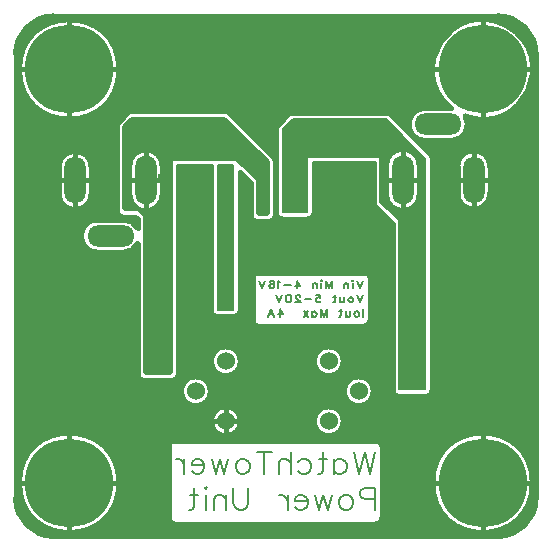
<source format=gbl>
G04 Layer: BottomLayer*
G04 EasyEDA Pro v2.2.43.4, 2025-10-30 16:07:04*
G04 Gerber Generator version 0.3*
G04 Scale: 100 percent, Rotated: No, Reflected: No*
G04 Dimensions in millimeters*
G04 Leading zeros omitted, absolute positions, 4 integers and 5 decimals*
G04 Generated by one-click*
%FSLAX45Y45*%
%MOMM*%
%ADD10C,0.2032*%
%ADD11C,0.5*%
%ADD12C,0.4*%
%ADD13C,0.203*%
%ADD14O,1.8X4.19999*%
%ADD15O,1.8X3.99999*%
%ADD16O,3.99999X1.8*%
%ADD17C,7.5*%
%ADD18C,1.5238*%
%ADD19C,1.524*%
%ADD20C,0.61*%
G75*


G04 Copper Start*
G36*
G01X1339840Y3364840D02*
G01X1339840Y2260160D01*
G01X1135160Y2260160D01*
G01X1135160Y2750000D01*
G01X1134387Y2753888D01*
G01X1132184Y2757184D01*
G01X1082184Y2807184D01*
G01X1078888Y2809387D01*
G01X1075000Y2810160D01*
G01X979209Y2810160D01*
G01X960160Y2829209D01*
G01X960160Y3180166D01*
G01X1024186Y3180166D01*
G01X1024186Y2940166D01*
G01X1026097Y2918319D01*
G01X1031773Y2897135D01*
G01X1041042Y2877259D01*
G01X1053621Y2859295D01*
G01X1069128Y2843787D01*
G01X1087093Y2831208D01*
G01X1106969Y2821940D01*
G01X1128152Y2816264D01*
G01X1149999Y2814352D01*
G01X1171847Y2816264D01*
G01X1193030Y2821940D01*
G01X1212906Y2831208D01*
G01X1230871Y2843787D01*
G01X1246378Y2859295D01*
G01X1258957Y2877259D01*
G01X1268226Y2897135D01*
G01X1273902Y2918319D01*
G01X1275813Y2940166D01*
G01X1275813Y3180166D01*
G01X1273902Y3202013D01*
G01X1268226Y3223197D01*
G01X1258957Y3243073D01*
G01X1246378Y3261037D01*
G01X1230871Y3276545D01*
G01X1212906Y3289124D01*
G01X1193030Y3298392D01*
G01X1171847Y3304068D01*
G01X1149999Y3305980D01*
G01X1128152Y3304068D01*
G01X1106969Y3298392D01*
G01X1087093Y3289124D01*
G01X1069128Y3276545D01*
G01X1053621Y3261037D01*
G01X1041042Y3243073D01*
G01X1031773Y3223197D01*
G01X1026097Y3202013D01*
G01X1024186Y3180166D01*
G01X1024186Y3180166D01*
G01X960160Y3180166D01*
G01X960160Y3364840D01*
G01X1339840Y3364840D01*
G37*
G36*
G01X1009346Y2940166D02*
G01X1011140Y2917774D01*
G01X1016476Y2895952D01*
G01X1025218Y2875259D01*
G01X1037143Y2856221D01*
G01X1051947Y2839324D01*
G01X1069252Y2825000D01*
G01X975000Y2825000D01*
G01X975000Y3514645D01*
G01X1035355Y3575000D01*
G01X1814645Y3575000D01*
G01X2171012Y3218633D01*
G01X2171012Y2785161D01*
G01X2109534Y2785161D01*
G01X2109534Y3059885D01*
G01X2108613Y3066607D01*
G01X2105918Y3072835D01*
G01X2101648Y3078108D01*
G01X1942481Y3227590D01*
G01X1934677Y3236924D01*
G01X1924872Y3244127D01*
G01X1922232Y3246607D01*
G01X1914321Y3251627D01*
G01X1905117Y3253383D01*
G01X1376492Y3253383D01*
G01X1366925Y3251480D01*
G01X1358814Y3246061D01*
G01X1353395Y3237950D01*
G01X1351492Y3228383D01*
G01X1351492Y1440288D01*
G01X1150000Y1440288D01*
G01X1150000Y2799513D01*
G01X1172003Y2801244D01*
G01X1193464Y2806397D01*
G01X1213855Y2814843D01*
G01X1232674Y2826375D01*
G01X1249457Y2840709D01*
G01X1263791Y2857492D01*
G01X1275323Y2876311D01*
G01X1283769Y2896702D01*
G01X1288922Y2918163D01*
G01X1290653Y2940166D01*
G01X1290653Y3180166D01*
G01X1288735Y3203317D01*
G01X1283032Y3225836D01*
G01X1273701Y3247110D01*
G01X1260995Y3266557D01*
G01X1245262Y3283648D01*
G01X1226930Y3297916D01*
G01X1206499Y3308973D01*
G01X1184528Y3316516D01*
G01X1161615Y3320339D01*
G01X1138384Y3320339D01*
G01X1115471Y3316516D01*
G01X1093500Y3308973D01*
G01X1073069Y3297916D01*
G01X1054737Y3283648D01*
G01X1039004Y3266557D01*
G01X1026298Y3247110D01*
G01X1016967Y3225836D01*
G01X1011264Y3203317D01*
G01X1009346Y3180166D01*
G01X1009346Y2940166D01*
G37*
G36*
G01X1757780Y1967100D02*
G01X1757780Y3189840D01*
G01X1889840Y3189840D01*
G01X1889840Y1967100D01*
G01X1757780Y1967100D01*
G37*
G36*
G01X3125000Y3260160D02*
G01X2525000Y3260160D01*
G01X2519920Y3258799D01*
G01X2516201Y3255080D01*
G01X2514840Y3250000D01*
G01X2514840Y2792780D01*
G01X2310160Y2792780D01*
G01X2310160Y3495792D01*
G01X2393045Y3578676D01*
G01X3183489Y3578676D01*
G01X3514840Y3245805D01*
G01X3514840Y1290575D01*
G01X3296547Y1290575D01*
G01X3296547Y2714524D01*
G01X3295768Y2718426D01*
G01X3293551Y2721729D01*
G01X3135160Y2879225D01*
G01X3135160Y3184834D01*
G01X3199187Y3184834D01*
G01X3199187Y2944834D01*
G01X3201098Y2922987D01*
G01X3206774Y2901803D01*
G01X3216043Y2881927D01*
G01X3228622Y2863963D01*
G01X3244129Y2848455D01*
G01X3262094Y2835876D01*
G01X3281970Y2826608D01*
G01X3303153Y2820932D01*
G01X3325001Y2819021D01*
G01X3346848Y2820932D01*
G01X3368032Y2826608D01*
G01X3387908Y2835876D01*
G01X3405872Y2848455D01*
G01X3421380Y2863963D01*
G01X3433959Y2881927D01*
G01X3443227Y2901803D01*
G01X3448903Y2922987D01*
G01X3450815Y2944834D01*
G01X3450815Y2944834D01*
G01X3450815Y3184834D01*
G01X3448903Y3206681D01*
G01X3443227Y3227865D01*
G01X3433959Y3247741D01*
G01X3421380Y3265705D01*
G01X3405872Y3281213D01*
G01X3387908Y3293792D01*
G01X3368032Y3303060D01*
G01X3346848Y3308736D01*
G01X3325001Y3310648D01*
G01X3303153Y3308736D01*
G01X3281970Y3303060D01*
G01X3262094Y3293792D01*
G01X3244129Y3281213D01*
G01X3228622Y3265705D01*
G01X3216043Y3247741D01*
G01X3206774Y3227865D01*
G01X3201098Y3206681D01*
G01X3199187Y3184834D01*
G01X3135160Y3184834D01*
G01X3135160Y3250000D01*
G01X3133799Y3255080D01*
G01X3130080Y3258799D01*
G01X3125000Y3260160D01*
G37*
G36*
G01X45654Y4130000D02*
G01X47431Y4163903D01*
G01X52742Y4197435D01*
G01X61529Y4230228D01*
G01X73695Y4261923D01*
G01X89108Y4292173D01*
G01X107599Y4320646D01*
G01X128964Y4347030D01*
G01X152970Y4371036D01*
G01X179354Y4392401D01*
G01X207827Y4410892D01*
G01X238077Y4426305D01*
G01X269772Y4438471D01*
G01X302565Y4447258D01*
G01X336097Y4452569D01*
G01X370000Y4454346D01*
G01X4130000Y4454346D01*
G01X4163903Y4452569D01*
G01X4197435Y4447258D01*
G01X4230228Y4438471D01*
G01X4261923Y4426305D01*
G01X4292173Y4410892D01*
G01X4320646Y4392401D01*
G01X4347030Y4371036D01*
G01X4371036Y4347030D01*
G01X4392401Y4320646D01*
G01X4410892Y4292173D01*
G01X4426305Y4261923D01*
G01X4438471Y4230228D01*
G01X4447258Y4197435D01*
G01X4452569Y4163903D01*
G01X4454346Y4130000D01*
G01X4454346Y370000D01*
G01X4452569Y336097D01*
G01X4447258Y302565D01*
G01X4438471Y269772D01*
G01X4426305Y238077D01*
G01X4410892Y207827D01*
G01X4392401Y179354D01*
G01X4371036Y152970D01*
G01X4347030Y128964D01*
G01X4320646Y107599D01*
G01X4292173Y89108D01*
G01X4261923Y73695D01*
G01X4230228Y61529D01*
G01X4197435Y52742D01*
G01X4163903Y47431D01*
G01X4130000Y45654D01*
G01X370000Y45654D01*
G01X336097Y47431D01*
G01X302565Y52742D01*
G01X269772Y61529D01*
G01X238077Y73695D01*
G01X207827Y89108D01*
G01X179354Y107599D01*
G01X152970Y128964D01*
G01X128964Y152970D01*
G01X107599Y179354D01*
G01X89108Y207827D01*
G01X73695Y238077D01*
G01X61529Y269772D01*
G01X52742Y302565D01*
G01X47431Y336097D01*
G01X45654Y370000D01*
G01X45654Y500000D01*
G01X79346Y500000D01*
G01X81372Y458769D01*
G01X87429Y417934D01*
G01X97459Y377891D01*
G01X111366Y339023D01*
G01X129016Y301705D01*
G01X150239Y266297D01*
G01X174830Y233140D01*
G01X202553Y202553D01*
G01X233140Y174830D01*
G01X266297Y150239D01*
G01X301705Y129016D01*
G01X339023Y111366D01*
G01X377891Y97459D01*
G01X417934Y87429D01*
G01X458769Y81372D01*
G01X500000Y79346D01*
G01X541231Y81372D01*
G01X582066Y87429D01*
G01X622109Y97459D01*
G01X660977Y111366D01*
G01X698295Y129016D01*
G01X733703Y150239D01*
G01X766860Y174830D01*
G01X794631Y200000D01*
G01X1346968Y200000D01*
G01X1348524Y188184D01*
G01X1353085Y177173D01*
G01X1360340Y167718D01*
G01X1369795Y160463D01*
G01X1380806Y155902D01*
G01X1392622Y154346D01*
G01X3100000Y154346D01*
G01X3111816Y155902D01*
G01X3122827Y160463D01*
G01X3132282Y167718D01*
G01X3139538Y177173D01*
G01X3144098Y188184D01*
G01X3145654Y200000D01*
G01X3145654Y500000D01*
G01X3579346Y500000D01*
G01X3581372Y458769D01*
G01X3587429Y417934D01*
G01X3597459Y377891D01*
G01X3611367Y339023D01*
G01X3629016Y301705D01*
G01X3650239Y266297D01*
G01X3674830Y233140D01*
G01X3702553Y202553D01*
G01X3733140Y174830D01*
G01X3766297Y150239D01*
G01X3801705Y129016D01*
G01X3839023Y111366D01*
G01X3877891Y97459D01*
G01X3917935Y87429D01*
G01X3958769Y81372D01*
G01X4000000Y79346D01*
G01X4041231Y81372D01*
G01X4082066Y87429D01*
G01X4122110Y97459D01*
G01X4160977Y111366D01*
G01X4198295Y129016D01*
G01X4233703Y150239D01*
G01X4266860Y174830D01*
G01X4297447Y202553D01*
G01X4325170Y233140D01*
G01X4349761Y266297D01*
G01X4370984Y301705D01*
G01X4388634Y339023D01*
G01X4402541Y377891D01*
G01X4412571Y417934D01*
G01X4418629Y458769D01*
G01X4420654Y500000D01*
G01X4418629Y541231D01*
G01X4412571Y582066D01*
G01X4402541Y622109D01*
G01X4388634Y660977D01*
G01X4370984Y698295D01*
G01X4349761Y733703D01*
G01X4325170Y766860D01*
G01X4297447Y797447D01*
G01X4266860Y825170D01*
G01X4233703Y849761D01*
G01X4198295Y870984D01*
G01X4160977Y888634D01*
G01X4122110Y902541D01*
G01X4082066Y912571D01*
G01X4041231Y918628D01*
G01X4000000Y920654D01*
G01X3958769Y918628D01*
G01X3917935Y912571D01*
G01X3877891Y902541D01*
G01X3839023Y888634D01*
G01X3801705Y870984D01*
G01X3766297Y849761D01*
G01X3733140Y825170D01*
G01X3702553Y797447D01*
G01X3674830Y766860D01*
G01X3650239Y733703D01*
G01X3629016Y698295D01*
G01X3611367Y660977D01*
G01X3597459Y622109D01*
G01X3587429Y582066D01*
G01X3581372Y541231D01*
G01X3579346Y500000D01*
G01X3579346Y500000D01*
G01X3145654Y500000D01*
G01X3145654Y809600D01*
G01X3144098Y821416D01*
G01X3139538Y832427D01*
G01X3132282Y841882D01*
G01X3122827Y849138D01*
G01X3111816Y853698D01*
G01X3100000Y855254D01*
G01X1392622Y855254D01*
G01X1380806Y853698D01*
G01X1369795Y849138D01*
G01X1360340Y841882D01*
G01X1353085Y832427D01*
G01X1348524Y821416D01*
G01X1346968Y809600D01*
G01X1346968Y200000D01*
G01X1346968Y200000D01*
G01X794631Y200000D01*
G01X797447Y202553D01*
G01X825170Y233140D01*
G01X849761Y266297D01*
G01X870984Y301705D01*
G01X888634Y339023D01*
G01X902541Y377891D01*
G01X912571Y417934D01*
G01X918628Y458769D01*
G01X920654Y500000D01*
G01X918628Y541231D01*
G01X912571Y582066D01*
G01X902541Y622109D01*
G01X888634Y660977D01*
G01X870984Y698295D01*
G01X849761Y733703D01*
G01X825170Y766860D01*
G01X797447Y797447D01*
G01X766860Y825170D01*
G01X733703Y849761D01*
G01X698295Y870984D01*
G01X660977Y888634D01*
G01X622109Y902541D01*
G01X582066Y912571D01*
G01X541231Y918628D01*
G01X500000Y920654D01*
G01X458769Y918628D01*
G01X417934Y912571D01*
G01X377891Y902541D01*
G01X339023Y888634D01*
G01X301705Y870984D01*
G01X266297Y849761D01*
G01X233140Y825170D01*
G01X202553Y797447D01*
G01X174830Y766860D01*
G01X150239Y733703D01*
G01X129016Y698295D01*
G01X111366Y660977D01*
G01X97459Y622109D01*
G01X87429Y582066D01*
G01X81372Y541231D01*
G01X79346Y500000D01*
G01X79346Y500000D01*
G01X45654Y500000D01*
G01X45654Y1021000D01*
G01X1705146Y1021000D01*
G01X1706997Y999840D01*
G01X1712495Y979323D01*
G01X1721472Y960073D01*
G01X1733655Y942674D01*
G01X1748674Y927654D01*
G01X1766073Y915471D01*
G01X1785324Y906495D01*
G01X1805840Y900997D01*
G01X1827000Y899146D01*
G01X1827000Y899146D01*
G01X1848160Y900997D01*
G01X1868677Y906495D01*
G01X1887927Y915471D01*
G01X1905326Y927654D01*
G01X1920346Y942674D01*
G01X1932529Y960073D01*
G01X1941505Y979323D01*
G01X1947003Y999840D01*
G01X1948854Y1021000D01*
G01X1948854Y1021000D01*
G01X2576146Y1021000D01*
G01X2577997Y999840D01*
G01X2583495Y979324D01*
G01X2592471Y960073D01*
G01X2604655Y942674D01*
G01X2619674Y927654D01*
G01X2637073Y915471D01*
G01X2656324Y906495D01*
G01X2676840Y900997D01*
G01X2698000Y899146D01*
G01X2719160Y900997D01*
G01X2739677Y906495D01*
G01X2758927Y915471D01*
G01X2776326Y927654D01*
G01X2791346Y942674D01*
G01X2803529Y960073D01*
G01X2812505Y979324D01*
G01X2818003Y999840D01*
G01X2819854Y1021000D01*
G01X2818003Y1042160D01*
G01X2812505Y1062677D01*
G01X2803529Y1081927D01*
G01X2791346Y1099326D01*
G01X2776326Y1114346D01*
G01X2758927Y1126529D01*
G01X2739677Y1135505D01*
G01X2719160Y1141003D01*
G01X2698000Y1142854D01*
G01X2698000Y1142854D01*
G01X2676840Y1141003D01*
G01X2656324Y1135505D01*
G01X2637073Y1126529D01*
G01X2619674Y1114346D01*
G01X2604655Y1099326D01*
G01X2592471Y1081927D01*
G01X2583495Y1062677D01*
G01X2577997Y1042160D01*
G01X2576146Y1021000D01*
G01X1948854Y1021000D01*
G01X1947003Y1042160D01*
G01X1941505Y1062676D01*
G01X1932529Y1081927D01*
G01X1920346Y1099326D01*
G01X1905326Y1114346D01*
G01X1887927Y1126529D01*
G01X1868677Y1135505D01*
G01X1848160Y1141003D01*
G01X1827000Y1142854D01*
G01X1805840Y1141003D01*
G01X1785324Y1135505D01*
G01X1766073Y1126529D01*
G01X1748674Y1114346D01*
G01X1733655Y1099326D01*
G01X1721472Y1081927D01*
G01X1712495Y1062676D01*
G01X1706997Y1042160D01*
G01X1705146Y1021000D01*
G01X45654Y1021000D01*
G01X45654Y1275000D01*
G01X1451146Y1275000D01*
G01X1452997Y1253840D01*
G01X1458495Y1233323D01*
G01X1467472Y1214073D01*
G01X1479655Y1196674D01*
G01X1494674Y1181654D01*
G01X1512073Y1169471D01*
G01X1531324Y1160495D01*
G01X1551840Y1154997D01*
G01X1573000Y1153146D01*
G01X1573000Y1153146D01*
G01X1594160Y1154997D01*
G01X1614677Y1160495D01*
G01X1633927Y1169471D01*
G01X1651326Y1181654D01*
G01X1666346Y1196674D01*
G01X1678529Y1214073D01*
G01X1687505Y1233323D01*
G01X1693003Y1253840D01*
G01X1694854Y1275000D01*
G01X1694854Y1275000D01*
G01X2830146Y1275000D01*
G01X2831997Y1253840D01*
G01X2837495Y1233324D01*
G01X2846471Y1214073D01*
G01X2858655Y1196674D01*
G01X2873674Y1181654D01*
G01X2891073Y1169471D01*
G01X2910324Y1160495D01*
G01X2930840Y1154997D01*
G01X2952000Y1153146D01*
G01X2973160Y1154997D01*
G01X2993677Y1160495D01*
G01X3012927Y1169471D01*
G01X3030326Y1181654D01*
G01X3045346Y1196674D01*
G01X3057529Y1214073D01*
G01X3066505Y1233324D01*
G01X3072003Y1253840D01*
G01X3073854Y1275000D01*
G01X3072003Y1296160D01*
G01X3066505Y1316677D01*
G01X3057529Y1335927D01*
G01X3045346Y1353326D01*
G01X3030326Y1368346D01*
G01X3012927Y1380529D01*
G01X2993677Y1389505D01*
G01X2973160Y1395003D01*
G01X2952000Y1396854D01*
G01X2952000Y1396854D01*
G01X2930840Y1395003D01*
G01X2910324Y1389505D01*
G01X2891073Y1380529D01*
G01X2873674Y1368346D01*
G01X2858655Y1353326D01*
G01X2846471Y1335927D01*
G01X2837495Y1316677D01*
G01X2831997Y1296160D01*
G01X2830146Y1275000D01*
G01X1694854Y1275000D01*
G01X1693003Y1296160D01*
G01X1687505Y1316676D01*
G01X1678529Y1335927D01*
G01X1666346Y1353326D01*
G01X1651326Y1368346D01*
G01X1633927Y1380529D01*
G01X1614677Y1389505D01*
G01X1594160Y1395003D01*
G01X1573000Y1396854D01*
G01X1551840Y1395003D01*
G01X1531324Y1389505D01*
G01X1512073Y1380529D01*
G01X1494674Y1368346D01*
G01X1479655Y1353326D01*
G01X1467472Y1335927D01*
G01X1458495Y1316676D01*
G01X1452997Y1296160D01*
G01X1451146Y1275000D01*
G01X45654Y1275000D01*
G01X45654Y2601036D01*
G01X604784Y2601036D01*
G01X604784Y2578632D01*
G01X608472Y2556533D01*
G01X615747Y2535343D01*
G01X626410Y2515639D01*
G01X640171Y2497958D01*
G01X656655Y2482784D01*
G01X675411Y2470530D01*
G01X695928Y2461531D01*
G01X717647Y2456031D01*
G01X739975Y2454181D01*
G01X959974Y2454181D01*
G01X980741Y2455779D01*
G01X1001017Y2460538D01*
G01X1020326Y2468345D01*
G01X1038213Y2479016D01*
G01X1054255Y2492299D01*
G01X1068075Y2507881D01*
G01X1079346Y2525395D01*
G01X1079346Y1415288D01*
G01X1080902Y1403472D01*
G01X1085463Y1392461D01*
G01X1092718Y1383006D01*
G01X1102173Y1375750D01*
G01X1113184Y1371189D01*
G01X1125000Y1369634D01*
G01X1376492Y1369634D01*
G01X1388308Y1371189D01*
G01X1399319Y1375750D01*
G01X1408774Y1383006D01*
G01X1416030Y1392461D01*
G01X1420590Y1403472D01*
G01X1422146Y1415288D01*
G01X1422146Y1529000D01*
G01X1705146Y1529000D01*
G01X1706997Y1507840D01*
G01X1712495Y1487323D01*
G01X1721472Y1468073D01*
G01X1733655Y1450674D01*
G01X1748674Y1435654D01*
G01X1766073Y1423471D01*
G01X1785324Y1414495D01*
G01X1805840Y1408997D01*
G01X1827000Y1407146D01*
G01X1827000Y1407146D01*
G01X1848160Y1408997D01*
G01X1868677Y1414495D01*
G01X1887927Y1423471D01*
G01X1905326Y1435654D01*
G01X1920346Y1450674D01*
G01X1932529Y1468073D01*
G01X1941505Y1487323D01*
G01X1947003Y1507840D01*
G01X1948854Y1529000D01*
G01X1948854Y1529000D01*
G01X2576146Y1529000D01*
G01X2577997Y1507840D01*
G01X2583495Y1487324D01*
G01X2592471Y1468073D01*
G01X2604655Y1450674D01*
G01X2619674Y1435654D01*
G01X2637073Y1423471D01*
G01X2656324Y1414495D01*
G01X2676840Y1408997D01*
G01X2698000Y1407146D01*
G01X2719160Y1408997D01*
G01X2739677Y1414495D01*
G01X2758927Y1423471D01*
G01X2776326Y1435654D01*
G01X2791346Y1450674D01*
G01X2803529Y1468073D01*
G01X2812505Y1487324D01*
G01X2818003Y1507840D01*
G01X2819854Y1529000D01*
G01X2818003Y1550160D01*
G01X2812505Y1570677D01*
G01X2803529Y1589927D01*
G01X2791346Y1607326D01*
G01X2776326Y1622346D01*
G01X2758927Y1634529D01*
G01X2739677Y1643505D01*
G01X2719160Y1649003D01*
G01X2698000Y1650854D01*
G01X2698000Y1650854D01*
G01X2676840Y1649003D01*
G01X2656324Y1643505D01*
G01X2637073Y1634529D01*
G01X2619674Y1622346D01*
G01X2604655Y1607326D01*
G01X2592471Y1589927D01*
G01X2583495Y1570677D01*
G01X2577997Y1550160D01*
G01X2576146Y1529000D01*
G01X1948854Y1529000D01*
G01X1947003Y1550160D01*
G01X1941505Y1570676D01*
G01X1932529Y1589927D01*
G01X1920346Y1607326D01*
G01X1905326Y1622346D01*
G01X1887927Y1634529D01*
G01X1868677Y1643505D01*
G01X1848160Y1649003D01*
G01X1827000Y1650854D01*
G01X1805840Y1649003D01*
G01X1785324Y1643505D01*
G01X1766073Y1634529D01*
G01X1748674Y1622346D01*
G01X1733655Y1607326D01*
G01X1721472Y1589927D01*
G01X1712495Y1570676D01*
G01X1706997Y1550160D01*
G01X1705146Y1529000D01*
G01X1422146Y1529000D01*
G01X1422146Y1875000D01*
G01X2052402Y1875000D01*
G01X2053958Y1863184D01*
G01X2058519Y1852173D01*
G01X2065774Y1842718D01*
G01X2075229Y1835463D01*
G01X2086240Y1830902D01*
G01X2098056Y1829346D01*
G01X3000000Y1829346D01*
G01X3011816Y1830902D01*
G01X3022827Y1835463D01*
G01X3032282Y1842718D01*
G01X3039538Y1852173D01*
G01X3044098Y1863184D01*
G01X3045654Y1875000D01*
G01X3045654Y2235000D01*
G01X3044098Y2246816D01*
G01X3039538Y2257827D01*
G01X3032282Y2267282D01*
G01X3022827Y2274538D01*
G01X3011816Y2279098D01*
G01X3000000Y2280654D01*
G01X2098056Y2280654D01*
G01X2086240Y2279098D01*
G01X2075229Y2274538D01*
G01X2065774Y2267282D01*
G01X2058519Y2257827D01*
G01X2053958Y2246816D01*
G01X2052402Y2235000D01*
G01X2052402Y1875000D01*
G01X2052402Y1875000D01*
G01X1422146Y1875000D01*
G01X1422146Y3182729D01*
G01X1701966Y3182729D01*
G01X1701966Y1956940D01*
G01X1703522Y1945124D01*
G01X1708083Y1934113D01*
G01X1715338Y1924658D01*
G01X1724793Y1917402D01*
G01X1735804Y1912842D01*
G01X1747620Y1911286D01*
G01X1900000Y1911286D01*
G01X1911816Y1912842D01*
G01X1922827Y1917402D01*
G01X1932282Y1924658D01*
G01X1939537Y1934113D01*
G01X1944098Y1945124D01*
G01X1945654Y1956940D01*
G01X1945654Y3127683D01*
G01X2038880Y3040130D01*
G01X2038880Y2760161D01*
G01X2040435Y2748344D01*
G01X2044996Y2737334D01*
G01X2052252Y2727878D01*
G01X2061707Y2720623D01*
G01X2072718Y2716062D01*
G01X2084534Y2714507D01*
G01X2196012Y2714507D01*
G01X2207828Y2716062D01*
G01X2218839Y2720623D01*
G01X2228295Y2727878D01*
G01X2235550Y2737334D01*
G01X2240111Y2748344D01*
G01X2241666Y2760161D01*
G01X2241666Y3228988D01*
G01X2240111Y3240804D01*
G01X2235550Y3251815D01*
G01X2228295Y3261270D01*
G01X1989565Y3500000D01*
G01X2254346Y3500000D01*
G01X2254346Y2782620D01*
G01X2255902Y2770804D01*
G01X2260462Y2759793D01*
G01X2267718Y2750338D01*
G01X2277173Y2743082D01*
G01X2288184Y2738521D01*
G01X2300000Y2736966D01*
G01X2525000Y2736966D01*
G01X2536816Y2738521D01*
G01X2547827Y2743082D01*
G01X2557282Y2750338D01*
G01X2564538Y2759793D01*
G01X2569098Y2770804D01*
G01X2570654Y2782620D01*
G01X2570654Y3204346D01*
G01X3079346Y3204346D01*
G01X3079346Y2875000D01*
G01X3079346Y2875000D01*
G01X3080913Y2863142D01*
G01X3085506Y2852098D01*
G01X3092809Y2842627D01*
G01X3240733Y2695538D01*
G01X3240733Y1280415D01*
G01X3242289Y1268599D01*
G01X3246850Y1257588D01*
G01X3254105Y1248133D01*
G01X3263560Y1240878D01*
G01X3274571Y1236317D01*
G01X3286387Y1234761D01*
G01X3525000Y1234761D01*
G01X3536816Y1236317D01*
G01X3547827Y1240878D01*
G01X3557282Y1248133D01*
G01X3564538Y1257588D01*
G01X3569098Y1268599D01*
G01X3570654Y1280415D01*
G01X3570654Y3174834D01*
G01X3789346Y3174834D01*
G01X3789346Y2954834D01*
G01X3791196Y2932506D01*
G01X3796696Y2910788D01*
G01X3805696Y2890270D01*
G01X3817950Y2871514D01*
G01X3833124Y2855031D01*
G01X3850804Y2841270D01*
G01X3870508Y2830606D01*
G01X3891698Y2823332D01*
G01X3913797Y2819644D01*
G01X3936202Y2819644D01*
G01X3958301Y2823332D01*
G01X3979491Y2830606D01*
G01X3999195Y2841270D01*
G01X4016875Y2855031D01*
G01X4032049Y2871514D01*
G01X4044303Y2890270D01*
G01X4053303Y2910788D01*
G01X4058803Y2932506D01*
G01X4060653Y2954834D01*
G01X4060653Y3174834D01*
G01X4058803Y3197162D01*
G01X4053303Y3218881D01*
G01X4044303Y3239398D01*
G01X4032049Y3258154D01*
G01X4016875Y3274638D01*
G01X3999195Y3288399D01*
G01X3979491Y3299062D01*
G01X3958301Y3306337D01*
G01X3936202Y3310024D01*
G01X3913797Y3310024D01*
G01X3891698Y3306337D01*
G01X3870508Y3299062D01*
G01X3850804Y3288399D01*
G01X3833124Y3274638D01*
G01X3817950Y3258154D01*
G01X3805696Y3239398D01*
G01X3796696Y3218881D01*
G01X3791196Y3197162D01*
G01X3789346Y3174834D01*
G01X3789346Y3174834D01*
G01X3570654Y3174834D01*
G01X3570654Y3250000D01*
G01X3569107Y3261783D01*
G01X3564572Y3272767D01*
G01X3557356Y3282208D01*
G01X3294403Y3546368D01*
G01X3379835Y3546368D01*
G01X3379835Y3523964D01*
G01X3383523Y3501865D01*
G01X3390798Y3480674D01*
G01X3401461Y3460970D01*
G01X3415222Y3443290D01*
G01X3431705Y3428116D01*
G01X3450462Y3415862D01*
G01X3470979Y3406862D01*
G01X3492698Y3401362D01*
G01X3515026Y3399512D01*
G01X3735025Y3399512D01*
G01X3757136Y3401326D01*
G01X3778655Y3406720D01*
G01X3799008Y3415549D01*
G01X3817649Y3427578D01*
G01X3834080Y3442483D01*
G01X3847862Y3459868D01*
G01X3858627Y3479267D01*
G01X3866085Y3500161D01*
G01X3870038Y3521991D01*
G01X3870380Y3544173D01*
G01X3867101Y3566115D01*
G01X3860291Y3587228D01*
G01X3850130Y3606950D01*
G01X3888649Y3594352D01*
G01X3928201Y3585519D01*
G01X3968420Y3580533D01*
G01X4008933Y3579441D01*
G01X4049362Y3582252D01*
G01X4089333Y3588941D01*
G01X4128475Y3599446D01*
G01X4166424Y3613668D01*
G01X4202829Y3631476D01*
G01X4237351Y3652704D01*
G01X4269670Y3677157D01*
G01X4299486Y3704605D01*
G01X4326522Y3734796D01*
G01X4350527Y3767448D01*
G01X4371279Y3802259D01*
G01X4388585Y3838905D01*
G01X4402284Y3877047D01*
G01X4412249Y3916329D01*
G01X4418387Y3956389D01*
G01X4420642Y3996853D01*
G01X4418993Y4037346D01*
G01X4413455Y4077493D01*
G01X4404079Y4116920D01*
G01X4390952Y4155262D01*
G01X4374197Y4192163D01*
G01X4353968Y4227281D01*
G01X4330454Y4260289D01*
G01X4303873Y4290880D01*
G01X4274471Y4318772D01*
G01X4242521Y4343705D01*
G01X4208321Y4365448D01*
G01X4208321Y4365448D01*
G01X4172187Y4383799D01*
G01X4134454Y4398587D01*
G01X4095474Y4409676D01*
G01X4055607Y4416962D01*
G01X4015225Y4420379D01*
G01X3974701Y4419893D01*
G01X3934412Y4415509D01*
G01X3894731Y4407269D01*
G01X3856028Y4395249D01*
G01X3818661Y4379560D01*
G01X3782977Y4360348D01*
G01X3749308Y4337792D01*
G01X3717965Y4312100D01*
G01X3689241Y4283511D01*
G01X3663401Y4252291D01*
G01X3640685Y4218728D01*
G01X3621304Y4183136D01*
G01X3605438Y4145844D01*
G01X3593234Y4107198D01*
G01X3584806Y4067557D01*
G01X3580232Y4027289D01*
G01X3579554Y3986768D01*
G01X3582779Y3946370D01*
G01X3589876Y3906469D01*
G01X3600780Y3867437D01*
G01X3615389Y3829635D01*
G01X3633569Y3793414D01*
G01X3655149Y3759111D01*
G01X3679931Y3727044D01*
G01X3707683Y3697510D01*
G01X3738148Y3670784D01*
G01X3735025Y3670820D01*
G01X3735025Y3670820D01*
G01X3515026Y3670820D01*
G01X3492698Y3668970D01*
G01X3470979Y3663470D01*
G01X3450462Y3654470D01*
G01X3431705Y3642216D01*
G01X3415222Y3627042D01*
G01X3401461Y3609361D01*
G01X3390798Y3589657D01*
G01X3383523Y3568467D01*
G01X3379835Y3546368D01*
G01X3294403Y3546368D01*
G01X3220067Y3621045D01*
G01X3210599Y3628339D01*
G01X3199561Y3632926D01*
G01X3187711Y3634490D01*
G01X2388836Y3634490D01*
G01X2377020Y3632935D01*
G01X2366009Y3628374D01*
G01X2356554Y3621119D01*
G01X2267718Y3532282D01*
G01X2260462Y3522827D01*
G01X2255902Y3511816D01*
G01X2254346Y3500000D01*
G01X1989565Y3500000D01*
G01X1857282Y3632282D01*
G01X1847827Y3639538D01*
G01X1836816Y3644099D01*
G01X1825000Y3645654D01*
G01X1025000Y3645654D01*
G01X1013184Y3644098D01*
G01X1002173Y3639538D01*
G01X992718Y3632282D01*
G01X917718Y3557282D01*
G01X910463Y3547827D01*
G01X905902Y3536816D01*
G01X904346Y3525000D01*
G01X904346Y2800000D01*
G01X905902Y2788184D01*
G01X910463Y2777173D01*
G01X917718Y2767718D01*
G01X927173Y2760462D01*
G01X938184Y2755902D01*
G01X950000Y2754346D01*
G01X950000Y2754346D01*
G01X1056090Y2754346D01*
G01X1079346Y2731090D01*
G01X1079346Y2654273D01*
G01X1068075Y2671787D01*
G01X1054255Y2687370D01*
G01X1038213Y2700653D01*
G01X1020326Y2711323D01*
G01X1001017Y2719130D01*
G01X980741Y2723889D01*
G01X959974Y2725488D01*
G01X739975Y2725488D01*
G01X717647Y2723638D01*
G01X695928Y2718138D01*
G01X675411Y2709138D01*
G01X656655Y2696884D01*
G01X640171Y2681710D01*
G01X626410Y2664030D01*
G01X615747Y2644326D01*
G01X608472Y2623135D01*
G01X604784Y2601036D01*
G01X45654Y2601036D01*
G01X45654Y3170166D01*
G01X414347Y3170166D01*
G01X414347Y2950166D01*
G01X416197Y2927838D01*
G01X421697Y2906120D01*
G01X430697Y2885602D01*
G01X442951Y2866846D01*
G01X458125Y2850363D01*
G01X475805Y2836602D01*
G01X495509Y2825938D01*
G01X516700Y2818664D01*
G01X538798Y2814976D01*
G01X561203Y2814976D01*
G01X583302Y2818664D01*
G01X604492Y2825938D01*
G01X624196Y2836602D01*
G01X641876Y2850363D01*
G01X657051Y2866846D01*
G01X669305Y2885602D01*
G01X678304Y2906120D01*
G01X683804Y2927838D01*
G01X685654Y2950166D01*
G01X685654Y2950166D01*
G01X685654Y3170166D01*
G01X683804Y3192494D01*
G01X678304Y3214213D01*
G01X669305Y3234730D01*
G01X657051Y3253486D01*
G01X641876Y3269970D01*
G01X624196Y3283731D01*
G01X604492Y3294394D01*
G01X583302Y3301669D01*
G01X561203Y3305356D01*
G01X538798Y3305356D01*
G01X516700Y3301669D01*
G01X495509Y3294394D01*
G01X475805Y3283731D01*
G01X458125Y3269970D01*
G01X442951Y3253486D01*
G01X430697Y3234730D01*
G01X421697Y3214213D01*
G01X416197Y3192494D01*
G01X414347Y3170166D01*
G01X45654Y3170166D01*
G01X45654Y4000000D01*
G01X79346Y4000000D01*
G01X81372Y3958769D01*
G01X87429Y3917935D01*
G01X97459Y3877891D01*
G01X111366Y3839023D01*
G01X129016Y3801705D01*
G01X150239Y3766297D01*
G01X174830Y3733140D01*
G01X202553Y3702553D01*
G01X233140Y3674830D01*
G01X266297Y3650239D01*
G01X301705Y3629016D01*
G01X339023Y3611367D01*
G01X377891Y3597459D01*
G01X417934Y3587429D01*
G01X458769Y3581372D01*
G01X500000Y3579346D01*
G01X541231Y3581372D01*
G01X582066Y3587429D01*
G01X622109Y3597459D01*
G01X660977Y3611367D01*
G01X698295Y3629016D01*
G01X733703Y3650239D01*
G01X766860Y3674830D01*
G01X797447Y3702553D01*
G01X825170Y3733140D01*
G01X849761Y3766297D01*
G01X870984Y3801705D01*
G01X888634Y3839023D01*
G01X902541Y3877891D01*
G01X912571Y3917935D01*
G01X918628Y3958769D01*
G01X920654Y4000000D01*
G01X918628Y4041231D01*
G01X912571Y4082066D01*
G01X902541Y4122110D01*
G01X888634Y4160977D01*
G01X870984Y4198295D01*
G01X849761Y4233703D01*
G01X825170Y4266860D01*
G01X797447Y4297447D01*
G01X766860Y4325170D01*
G01X733703Y4349761D01*
G01X698295Y4370984D01*
G01X660977Y4388634D01*
G01X622109Y4402541D01*
G01X582066Y4412571D01*
G01X541231Y4418629D01*
G01X500000Y4420654D01*
G01X458769Y4418629D01*
G01X417934Y4412571D01*
G01X377891Y4402541D01*
G01X339023Y4388634D01*
G01X301705Y4370984D01*
G01X266297Y4349761D01*
G01X233140Y4325170D01*
G01X202553Y4297447D01*
G01X174830Y4266860D01*
G01X150239Y4233703D01*
G01X129016Y4198295D01*
G01X111366Y4160977D01*
G01X97459Y4122110D01*
G01X87429Y4082066D01*
G01X81372Y4041231D01*
G01X79346Y4000000D01*
G01X79346Y4000000D01*
G01X45654Y4000000D01*
G01X45654Y4130000D01*
G37*
G54D10*
G01X1339840Y3364840D02*
G01X1339840Y2260160D01*
G01X1135160Y2260160D01*
G01X1135160Y2750000D01*
G03X1132184Y2757184I-10160J0D01*
G01X1082184Y2807184D01*
G03X1075000Y2810160I-7184J-7184D01*
G01X979209Y2810160D01*
G01X960160Y2829209D01*
G01X960160Y3364840D01*
G01X1339840Y3364840D01*
G01X1024186Y3180166D02*
G01X1024186Y2940166D01*
G03X1275813Y2940166I125814J0D01*
G01X1275813Y3180166D01*
G03X1024186Y3180166I-125814J0D01*
G54D11*
G01X1009346Y2940166D02*
G03X1069252Y2825000I140654J0D01*
G01X975000Y2825000D01*
G01X975000Y3514645D01*
G01X1035355Y3575000D01*
G01X1814645Y3575000D01*
G01X2171012Y3218633D01*
G01X2171012Y2785161D01*
G01X2109534Y2785161D01*
G01X2109534Y3059885D01*
G03X2101648Y3078108I-25000J0D01*
G01X1942481Y3227590D01*
G03X1924872Y3244127I-42481J-27590D01*
G01X1922232Y3246607D01*
G03X1905117Y3253383I-17114J-18223D01*
G01X1376492Y3253383D01*
G03X1351492Y3228383I0J-25000D01*
G01X1351492Y1440288D01*
G01X1150000Y1440288D01*
G01X1150000Y2799513D01*
G03X1290653Y2940166I-1J140654D01*
G01X1290653Y3180166D01*
G03X1009346Y3180166I-140654J0D01*
G01X1009346Y2940166D01*
G54D10*
G01X1757780Y1967100D02*
G01X1757780Y3189840D01*
G01X1889840Y3189840D01*
G01X1889840Y1967100D01*
G01X1757780Y1967100D01*
G01X3125000Y3260160D02*
G01X2525000Y3260160D01*
G03X2514840Y3250000I0J-10160D01*
G01X2514840Y2792780D01*
G01X2310160Y2792780D01*
G01X2310160Y3495792D01*
G01X2393045Y3578676D01*
G01X3183489Y3578676D01*
G01X3514840Y3245805D01*
G01X3514840Y1290575D01*
G01X3296547Y1290575D01*
G01X3296547Y2714524D01*
G03X3293551Y2721729I-10160J0D01*
G01X3135160Y2879225D01*
G01X3135160Y3250000D01*
G03X3125000Y3260160I-10160J0D01*
G01X3450815Y2944834D02*
G01X3450815Y3184834D01*
G03X3199187Y3184834I-125814J0D01*
G01X3199187Y2944834D01*
G03X3450815Y2944834I125814J0D01*
G54D12*
G01X45654Y4130000D02*
G02X370000Y4454346I324346J0D01*
G01X4130000Y4454346D01*
G02X4454346Y4130000I0J-324346D01*
G01X4454346Y370000D01*
G02X4130000Y45654I-324346J0D01*
G01X370000Y45654D01*
G02X45654Y370000I0J324346D01*
G01X45654Y4130000D01*
G01X79346Y4000000D02*
G03X920654Y4000000I420654J0D01*
G03X79346Y4000000I-420654J0D01*
G01X79346Y500000D02*
G03X920654Y500000I420654J0D01*
G03X79346Y500000I-420654J0D01*
G01X685654Y2950166D02*
G01X685654Y3170166D01*
G03X414347Y3170166I-135654J0D01*
G01X414347Y2950166D01*
G03X685654Y2950166I135654J0D01*
G01X950000Y2754346D02*
G01X1056090Y2754346D01*
G01X1079346Y2731090D01*
G01X1079346Y2654273D01*
G03X959974Y2725488I-119372J-64439D01*
G01X739975Y2725488D01*
G03X739975Y2454181I0J-135654D01*
G01X959974Y2454181D01*
G03X1079346Y2525395I0J135654D01*
G01X1079346Y1415288D01*
G03X1125000Y1369634I45654J0D01*
G01X1376492Y1369634D01*
G03X1422146Y1415288I0J45654D01*
G01X1422146Y3182729D01*
G01X1701966Y3182729D01*
G01X1701966Y1956940D01*
G03X1747620Y1911286I45654J0D01*
G01X1900000Y1911286D01*
G03X1945654Y1956940I0J45654D01*
G01X1945654Y3127683D01*
G01X2038880Y3040130D01*
G01X2038880Y2760161D01*
G03X2084534Y2714507I45654J0D01*
G01X2196012Y2714507D01*
G03X2241666Y2760161I0J45654D01*
G01X2241666Y3228988D01*
G03X2228295Y3261270I-45654J0D01*
G01X1857282Y3632282D01*
G03X1825000Y3645654I-32282J-32282D01*
G01X1025000Y3645654D01*
G03X992718Y3632282I0J-45654D01*
G01X917718Y3557282D01*
G03X904346Y3525000I32282J-32282D01*
G01X904346Y2800000D01*
G03X950000Y2754346I45654J0D01*
G01X1346968Y200000D02*
G03X1392622Y154346I45654J0D01*
G01X3100000Y154346D01*
G03X3145654Y200000I0J45654D01*
G01X3145654Y809600D01*
G03X3100000Y855254I-45654J0D01*
G01X1392622Y855254D01*
G03X1346968Y809600I0J-45654D01*
G01X1346968Y200000D01*
G01X1573000Y1153146D02*
G03X1573000Y1396854I0J121854D01*
G03X1573000Y1153146I0J-121854D01*
G01X1827000Y1407146D02*
G03X1827000Y1650854I0J121854D01*
G03X1827000Y1407146I0J-121854D01*
G01X1827000Y899146D02*
G03X1827000Y1142854I0J121854D01*
G03X1827000Y899146I0J-121854D01*
G01X2052402Y1875000D02*
G03X2098056Y1829346I45654J0D01*
G01X3000000Y1829346D01*
G03X3045654Y1875000I0J45654D01*
G01X3045654Y2235000D01*
G03X3000000Y2280654I-45654J0D01*
G01X2098056Y2280654D01*
G03X2052402Y2235000I0J-45654D01*
G01X2052402Y1875000D01*
G01X3079346Y2875000D02*
G03X3092809Y2842627I45654J0D01*
G01X3240733Y2695538D01*
G01X3240733Y1280415D01*
G03X3286387Y1234761I45654J0D01*
G01X3525000Y1234761D01*
G03X3570654Y1280415I0J45654D01*
G01X3570654Y3250000D01*
G03X3557356Y3282208I-45654J0D01*
G01X3220067Y3621045D01*
G03X3187711Y3634490I-32356J-32208D01*
G01X2388836Y3634490D01*
G03X2356554Y3621119I0J-45654D01*
G01X2267718Y3532282D01*
G03X2254346Y3500000I32282J-32282D01*
G01X2254346Y2782620D01*
G03X2300000Y2736966I45654J0D01*
G01X2525000Y2736966D01*
G03X2570654Y2782620I0J45654D01*
G01X2570654Y3204346D01*
G01X3079346Y3204346D01*
G01X3079346Y2875000D01*
G01X2698000Y1142854D02*
G03X2698000Y899146I0J-121854D01*
G03X2698000Y1142854I0J121854D01*
G01X2698000Y1650854D02*
G03X2698000Y1407146I0J-121854D01*
G03X2698000Y1650854I0J121854D01*
G01X2952000Y1396854D02*
G03X2952000Y1153146I0J-121854D01*
G03X2952000Y1396854I0J121854D01*
G01X3735025Y3670820D02*
G01X3515026Y3670820D01*
G03X3515026Y3399512I0J-135654D01*
G01X3735025Y3399512D01*
G03X3850130Y3606950I0J135654D01*
G03X4208321Y4365448I149870J393050D01*
G03X3738148Y3670784I-208321J-365448D01*
G03X3735025Y3670820I-3123J-135618D01*
G01X3579346Y500000D02*
G03X4420654Y500000I420654J0D01*
G03X3579346Y500000I-420654J0D01*
G01X3789346Y3174834D02*
G01X3789346Y2954834D01*
G03X4060653Y2954834I135654J0D01*
G01X4060653Y3174834D01*
G03X3789346Y3174834I-135654J0D01*
G01X1149999Y2850420D02*
G01X1149999Y2824512D01*
G01X1149999Y3269912D02*
G01X1149999Y3295820D01*
G01X1060254Y3060166D02*
G01X1034346Y3060166D01*
G01X1239745Y3060166D02*
G01X1265653Y3060166D01*
G01X1149999Y2850420D02*
G01X1149999Y2824512D01*
G01X1149999Y3269912D02*
G01X1149999Y3295820D01*
G01X1060254Y3060166D02*
G01X1034346Y3060166D01*
G01X1239745Y3060166D02*
G01X1265653Y3060166D01*
G01X3325001Y3274580D02*
G01X3325001Y3300488D01*
G01X3325001Y2855089D02*
G01X3325001Y2829181D01*
G01X3414747Y3064834D02*
G01X3440655Y3064834D01*
G01X3235255Y3064834D02*
G01X3209347Y3064834D01*
G01X125254Y4000000D02*
G01X99346Y4000000D01*
G01X874746Y4000000D02*
G01X900654Y4000000D01*
G01X500000Y4374746D02*
G01X500000Y4400654D01*
G01X500000Y3625254D02*
G01X500000Y3599346D01*
G01X125254Y500000D02*
G01X99346Y500000D01*
G01X874746Y500000D02*
G01X900654Y500000D01*
G01X500000Y874746D02*
G01X500000Y900654D01*
G01X500000Y125254D02*
G01X500000Y99346D01*
G01X550001Y3259912D02*
G01X550001Y3285820D01*
G01X550001Y2860420D02*
G01X550001Y2834512D01*
G01X639746Y3060166D02*
G01X665654Y3060166D01*
G01X460255Y3060166D02*
G01X434347Y3060166D01*
G01X1827000Y945054D02*
G01X1827000Y919146D01*
G01X1827000Y1096946D02*
G01X1827000Y1122854D01*
G01X1751054Y1021000D02*
G01X1725146Y1021000D01*
G01X1902946Y1021000D02*
G01X1928854Y1021000D01*
G01X3925000Y2865089D02*
G01X3925000Y2839181D01*
G01X3925000Y3264580D02*
G01X3925000Y3290488D01*
G01X3835254Y3064834D02*
G01X3809346Y3064834D01*
G01X4014745Y3064834D02*
G01X4040653Y3064834D01*
G01X3625254Y500000D02*
G01X3599346Y500000D01*
G01X4374746Y500000D02*
G01X4400654Y500000D01*
G01X4000000Y874746D02*
G01X4000000Y900654D01*
G01X4000000Y125254D02*
G01X4000000Y99346D01*
G01X3625254Y4000000D02*
G01X3599346Y4000000D01*
G01X4374746Y4000000D02*
G01X4400654Y4000000D01*
G01X4000000Y4374746D02*
G01X4000000Y4400654D01*
G01X4000000Y3625254D02*
G01X4000000Y3599346D01*
G04 Copper End*

G04 Text Start*
G54D13*
G01X2989840Y2212282D02*
G01X2964948Y2147004D01*
G01X2940056Y2212282D02*
G01X2964948Y2147004D01*
G01X2904750Y2212282D02*
G01X2901702Y2209234D01*
G01X2898654Y2212282D01*
G01X2901702Y2215584D01*
G01X2904750Y2212282D01*
G01X2901702Y2190692D02*
G01X2901702Y2147004D01*
G01X2863348Y2190692D02*
G01X2863348Y2147004D01*
G01X2863348Y2177992D02*
G01X2853950Y2187390D01*
G01X2847854Y2190692D01*
G01X2838456Y2190692D01*
G01X2832360Y2187390D01*
G01X2829058Y2177992D01*
G01X2829058Y2147004D01*
G01X2723902Y2212282D02*
G01X2723902Y2147004D01*
G01X2723902Y2212282D02*
G01X2699010Y2147004D01*
G01X2674118Y2212282D02*
G01X2699010Y2147004D01*
G01X2674118Y2212282D02*
G01X2674118Y2147004D01*
G01X2638812Y2212282D02*
G01X2635764Y2209234D01*
G01X2632716Y2212282D01*
G01X2635764Y2215584D01*
G01X2638812Y2212282D01*
G01X2635764Y2190692D02*
G01X2635764Y2147004D01*
G01X2597410Y2190692D02*
G01X2597410Y2147004D01*
G01X2597410Y2177992D02*
G01X2588012Y2187390D01*
G01X2581916Y2190692D01*
G01X2572518Y2190692D01*
G01X2566422Y2187390D01*
G01X2563120Y2177992D01*
G01X2563120Y2147004D01*
G01X2426976Y2212282D02*
G01X2457964Y2168848D01*
G01X2411228Y2168848D01*
G01X2426976Y2212282D02*
G01X2426976Y2147004D01*
G01X2375922Y2174944D02*
G01X2319788Y2174944D01*
G01X2284482Y2199836D02*
G01X2278386Y2203138D01*
G01X2268988Y2212282D01*
G01X2268988Y2147004D01*
G01X2196344Y2203138D02*
G01X2199392Y2209234D01*
G01X2208790Y2212282D01*
G01X2215140Y2212282D01*
G01X2224284Y2209234D01*
G01X2230634Y2199836D01*
G01X2233682Y2184342D01*
G01X2233682Y2168848D01*
G01X2230634Y2156402D01*
G01X2224284Y2150052D01*
G01X2215140Y2147004D01*
G01X2211838Y2147004D01*
G01X2202694Y2150052D01*
G01X2196344Y2156402D01*
G01X2193296Y2165546D01*
G01X2193296Y2168848D01*
G01X2196344Y2177992D01*
G01X2202694Y2184342D01*
G01X2211838Y2187390D01*
G01X2215140Y2187390D01*
G01X2224284Y2184342D01*
G01X2230634Y2177992D01*
G01X2233682Y2168848D01*
G01X2157990Y2212282D02*
G01X2133098Y2147004D01*
G01X2108206Y2212282D02*
G01X2133098Y2147004D01*
G01X2989840Y2092394D02*
G01X2964948Y2026862D01*
G01X2940056Y2092394D02*
G01X2964948Y2026862D01*
G01X2889256Y2070550D02*
G01X2895352Y2067502D01*
G01X2901702Y2061152D01*
G01X2904750Y2052008D01*
G01X2904750Y2045658D01*
G01X2901702Y2036260D01*
G01X2895352Y2030164D01*
G01X2889256Y2026862D01*
G01X2879858Y2026862D01*
G01X2873762Y2030164D01*
G01X2867412Y2036260D01*
G01X2864364Y2045658D01*
G01X2864364Y2052008D01*
G01X2867412Y2061152D01*
G01X2873762Y2067502D01*
G01X2879858Y2070550D01*
G01X2889256Y2070550D01*
G01X2829058Y2070550D02*
G01X2829058Y2039308D01*
G01X2826010Y2030164D01*
G01X2819660Y2026862D01*
G01X2810516Y2026862D01*
G01X2804166Y2030164D01*
G01X2794768Y2039308D01*
G01X2794768Y2070550D02*
G01X2794768Y2026862D01*
G01X2750064Y2092394D02*
G01X2750064Y2039308D01*
G01X2747016Y2030164D01*
G01X2740920Y2026862D01*
G01X2734570Y2026862D01*
G01X2759462Y2070550D02*
G01X2737618Y2070550D01*
G01X2592076Y2092394D02*
G01X2623318Y2092394D01*
G01X2626366Y2064454D01*
G01X2623318Y2067502D01*
G01X2613920Y2070550D01*
G01X2604522Y2070550D01*
G01X2595378Y2067502D01*
G01X2589028Y2061152D01*
G01X2585980Y2052008D01*
G01X2585980Y2045658D01*
G01X2589028Y2036260D01*
G01X2595378Y2030164D01*
G01X2604522Y2026862D01*
G01X2613920Y2026862D01*
G01X2623318Y2030164D01*
G01X2626366Y2033212D01*
G01X2629414Y2039308D01*
G01X2550674Y2055056D02*
G01X2494540Y2055056D01*
G01X2456186Y2076900D02*
G01X2456186Y2079948D01*
G01X2453138Y2086044D01*
G01X2449836Y2089346D01*
G01X2443740Y2092394D01*
G01X2431294Y2092394D01*
G01X2424944Y2089346D01*
G01X2421896Y2086044D01*
G01X2418848Y2079948D01*
G01X2418848Y2073598D01*
G01X2421896Y2067502D01*
G01X2428246Y2058104D01*
G01X2459234Y2026862D01*
G01X2415546Y2026862D01*
G01X2361698Y2092394D02*
G01X2370842Y2089346D01*
G01X2377192Y2079948D01*
G01X2380240Y2064454D01*
G01X2380240Y2055056D01*
G01X2377192Y2039308D01*
G01X2370842Y2030164D01*
G01X2361698Y2026862D01*
G01X2355348Y2026862D01*
G01X2345950Y2030164D01*
G01X2339854Y2039308D01*
G01X2336552Y2055056D01*
G01X2336552Y2064454D01*
G01X2339854Y2079948D01*
G01X2345950Y2089346D01*
G01X2355348Y2092394D01*
G01X2361698Y2092394D01*
G01X2301246Y2092394D02*
G01X2276354Y2026862D01*
G01X2251462Y2092394D02*
G01X2276354Y2026862D01*
G01X2989840Y1972506D02*
G01X2989840Y1906974D01*
G01X2939040Y1950662D02*
G01X2945136Y1947360D01*
G01X2951486Y1941264D01*
G01X2954534Y1931866D01*
G01X2954534Y1925770D01*
G01X2951486Y1916372D01*
G01X2945136Y1910022D01*
G01X2939040Y1906974D01*
G01X2929642Y1906974D01*
G01X2923546Y1910022D01*
G01X2917196Y1916372D01*
G01X2914148Y1925770D01*
G01X2914148Y1931866D01*
G01X2917196Y1941264D01*
G01X2923546Y1947360D01*
G01X2929642Y1950662D01*
G01X2939040Y1950662D01*
G01X2878842Y1950662D02*
G01X2878842Y1919420D01*
G01X2875794Y1910022D01*
G01X2869444Y1906974D01*
G01X2860300Y1906974D01*
G01X2853950Y1910022D01*
G01X2844552Y1919420D01*
G01X2844552Y1950662D02*
G01X2844552Y1906974D01*
G01X2799848Y1972506D02*
G01X2799848Y1919420D01*
G01X2796800Y1910022D01*
G01X2790704Y1906974D01*
G01X2784354Y1906974D01*
G01X2809246Y1950662D02*
G01X2787402Y1950662D01*
G01X2679198Y1972506D02*
G01X2679198Y1906974D01*
G01X2679198Y1972506D02*
G01X2654306Y1906974D01*
G01X2629414Y1972506D02*
G01X2654306Y1906974D01*
G01X2629414Y1972506D02*
G01X2629414Y1906974D01*
G01X2556770Y1950662D02*
G01X2556770Y1906974D01*
G01X2556770Y1941264D02*
G01X2563120Y1947360D01*
G01X2569216Y1950662D01*
G01X2578614Y1950662D01*
G01X2584710Y1947360D01*
G01X2591060Y1941264D01*
G01X2594108Y1931866D01*
G01X2594108Y1925770D01*
G01X2591060Y1916372D01*
G01X2584710Y1910022D01*
G01X2578614Y1906974D01*
G01X2569216Y1906974D01*
G01X2563120Y1910022D01*
G01X2556770Y1916372D01*
G01X2521464Y1950662D02*
G01X2487174Y1906974D01*
G01X2487174Y1950662D02*
G01X2521464Y1906974D01*
G01X2281180Y1972506D02*
G01X2312422Y1928818D01*
G01X2265686Y1928818D01*
G01X2281180Y1972506D02*
G01X2281180Y1906974D01*
G01X2205488Y1972506D02*
G01X2230380Y1906974D01*
G01X2205488Y1972506D02*
G01X2180596Y1906974D01*
G01X2220982Y1928818D02*
G01X2189994Y1928818D01*
G01X3089840Y763880D02*
G01X3045390Y577190D01*
G01X3000940Y763880D02*
G01X3045390Y577190D01*
G01X3000940Y763880D02*
G01X2956490Y577190D01*
G01X2912040Y763880D02*
G01X2956490Y577190D01*
G01X2742368Y701650D02*
G01X2742368Y577190D01*
G01X2742368Y674980D02*
G01X2760148Y692760D01*
G01X2777928Y701650D01*
G01X2804598Y701650D01*
G01X2822378Y692760D01*
G01X2840158Y674980D01*
G01X2849048Y648310D01*
G01X2849048Y630530D01*
G01X2840158Y603860D01*
G01X2822378Y586080D01*
G01X2804598Y577190D01*
G01X2777928Y577190D01*
G01X2760148Y586080D01*
G01X2742368Y603860D01*
G01X2652706Y763880D02*
G01X2652706Y612750D01*
G01X2643816Y586080D01*
G01X2626036Y577190D01*
G01X2608256Y577190D01*
G01X2679376Y701650D02*
G01X2617146Y701650D01*
G01X2438584Y674980D02*
G01X2456364Y692760D01*
G01X2474144Y701650D01*
G01X2500814Y701650D01*
G01X2518594Y692760D01*
G01X2536374Y674980D01*
G01X2545264Y648310D01*
G01X2545264Y630530D01*
G01X2536374Y603860D01*
G01X2518594Y586080D01*
G01X2500814Y577190D01*
G01X2474144Y577190D01*
G01X2456364Y586080D01*
G01X2438584Y603860D01*
G01X2375592Y763880D02*
G01X2375592Y577190D01*
G01X2375592Y666090D02*
G01X2348922Y692760D01*
G01X2331142Y701650D01*
G01X2304472Y701650D01*
G01X2286692Y692760D01*
G01X2277802Y666090D01*
G01X2277802Y577190D01*
G01X2152580Y763880D02*
G01X2152580Y577190D01*
G01X2214810Y763880D02*
G01X2090350Y763880D01*
G01X1982908Y701650D02*
G01X2000688Y692760D01*
G01X2018468Y674980D01*
G01X2027358Y648310D01*
G01X2027358Y630530D01*
G01X2018468Y603860D01*
G01X2000688Y586080D01*
G01X1982908Y577190D01*
G01X1956238Y577190D01*
G01X1938458Y586080D01*
G01X1920678Y603860D01*
G01X1911788Y630530D01*
G01X1911788Y648310D01*
G01X1920678Y674980D01*
G01X1938458Y692760D01*
G01X1956238Y701650D01*
G01X1982908Y701650D01*
G01X1848796Y701650D02*
G01X1813236Y577190D01*
G01X1777676Y701650D02*
G01X1813236Y577190D01*
G01X1777676Y701650D02*
G01X1742116Y577190D01*
G01X1706556Y701650D02*
G01X1742116Y577190D01*
G01X1643564Y648310D02*
G01X1536884Y648310D01*
G01X1536884Y666090D01*
G01X1545774Y683870D01*
G01X1554664Y692760D01*
G01X1572444Y701650D01*
G01X1599114Y701650D01*
G01X1616894Y692760D01*
G01X1634674Y674980D01*
G01X1643564Y648310D01*
G01X1643564Y630530D01*
G01X1634674Y603860D01*
G01X1616894Y586080D01*
G01X1599114Y577190D01*
G01X1572444Y577190D01*
G01X1554664Y586080D01*
G01X1536884Y603860D01*
G01X1473892Y701650D02*
G01X1473892Y577190D01*
G01X1473892Y648310D02*
G01X1465002Y674980D01*
G01X1447222Y692760D01*
G01X1429442Y701650D01*
G01X1402772Y701650D01*
G01X3089840Y459080D02*
G01X3089840Y272390D01*
G01X3089840Y459080D02*
G01X3009830Y459080D01*
G01X2983160Y450190D01*
G01X2974270Y441300D01*
G01X2965380Y423520D01*
G01X2965380Y396850D01*
G01X2974270Y379070D01*
G01X2983160Y370180D01*
G01X3009830Y361290D01*
G01X3089840Y361290D01*
G01X2857938Y396850D02*
G01X2875718Y387960D01*
G01X2893498Y370180D01*
G01X2902388Y343510D01*
G01X2902388Y325730D01*
G01X2893498Y299060D01*
G01X2875718Y281280D01*
G01X2857938Y272390D01*
G01X2831268Y272390D01*
G01X2813488Y281280D01*
G01X2795708Y299060D01*
G01X2786818Y325730D01*
G01X2786818Y343510D01*
G01X2795708Y370180D01*
G01X2813488Y387960D01*
G01X2831268Y396850D01*
G01X2857938Y396850D01*
G01X2723826Y396850D02*
G01X2688266Y272390D01*
G01X2652706Y396850D02*
G01X2688266Y272390D01*
G01X2652706Y396850D02*
G01X2617146Y272390D01*
G01X2581586Y396850D02*
G01X2617146Y272390D01*
G01X2518594Y343510D02*
G01X2411914Y343510D01*
G01X2411914Y361290D01*
G01X2420804Y379070D01*
G01X2429694Y387960D01*
G01X2447474Y396850D01*
G01X2474144Y396850D01*
G01X2491924Y387960D01*
G01X2509704Y370180D01*
G01X2518594Y343510D01*
G01X2518594Y325730D01*
G01X2509704Y299060D01*
G01X2491924Y281280D01*
G01X2474144Y272390D01*
G01X2447474Y272390D01*
G01X2429694Y281280D01*
G01X2411914Y299060D01*
G01X2348922Y396850D02*
G01X2348922Y272390D01*
G01X2348922Y343510D02*
G01X2340032Y370180D01*
G01X2322252Y387960D01*
G01X2304472Y396850D01*
G01X2277802Y396850D01*
G01X2015674Y459080D02*
G01X2015674Y325730D01*
G01X2006784Y299060D01*
G01X1989004Y281280D01*
G01X1962334Y272390D01*
G01X1944554Y272390D01*
G01X1917884Y281280D01*
G01X1900104Y299060D01*
G01X1891214Y325730D01*
G01X1891214Y459080D01*
G01X1828222Y396850D02*
G01X1828222Y272390D01*
G01X1828222Y361290D02*
G01X1801552Y387960D01*
G01X1783772Y396850D01*
G01X1757102Y396850D01*
G01X1739322Y387960D01*
G01X1730432Y361290D01*
G01X1730432Y272390D01*
G01X1667440Y459080D02*
G01X1658550Y450190D01*
G01X1649660Y459080D01*
G01X1658550Y467970D01*
G01X1667440Y459080D01*
G01X1658550Y396850D02*
G01X1658550Y272390D01*
G01X1559998Y459080D02*
G01X1559998Y307950D01*
G01X1551108Y281280D01*
G01X1533328Y272390D01*
G01X1515548Y272390D01*
G01X1586668Y396850D02*
G01X1524438Y396850D01*
G04 Text End*

G04 Pad Start*
G54D14*
G01X1149999Y3060166D03*
G54D15*
G01X550001Y3060166D03*
G54D16*
G01X849975Y2589834D03*
G54D14*
G01X3325001Y3064834D03*
G54D15*
G01X3925000Y3064834D03*
G54D16*
G01X3625026Y3535166D03*
G54D17*
G01X500000Y500000D03*
G01X500000Y4000000D03*
G01X4000000Y4000000D03*
G01X4000000Y500000D03*
G54D19*
G01X1827000Y1529000D03*
G01X1573000Y1275000D03*
G01X1827000Y1021000D03*
G01X2698000Y1021000D03*
G01X2952000Y1275000D03*
G01X2698000Y1529000D03*
G04 Pad End*

G04 Via Start*
G54D20*
G01X225000Y2100000D03*
G01X4350000Y1349987D03*
G01X4350000Y2174988D03*
G01X1977067Y127000D03*
G01X2300000Y127000D03*
G01X2650000Y127000D03*
G01X2975000Y125000D03*
G01X929300Y875000D03*
G01X3075000Y1975000D03*
G01X3325000Y3675000D03*
G01X2750000Y3025006D03*
G01X2250001Y2445001D03*
G01X1450000Y2300001D03*
G01X2430001Y2450001D03*
G01X1650001Y2530002D03*
G01X1225000Y2450000D03*
G01X1275000Y3085166D03*
G01X2028742Y3326172D03*
G01X2122172Y3232743D03*
G01X2437800Y3310500D03*
G01X2366213Y3244602D03*
G01X2975001Y3289834D03*
G01X1225000Y2357995D03*
G01X3384260Y2175026D03*
G01X232462Y1349199D03*
G01X3375000Y1350000D03*
G01X1250000Y1550000D03*
G01X553654Y1061654D03*
G01X553654Y1569654D03*
G01X553654Y2585654D03*
G01X1569654Y1569654D03*
G01X1569654Y2077654D03*
G01X2077654Y3601654D03*
G01X2585654Y4109654D03*
G01X3093654Y1061654D03*
G01X3093654Y1569654D03*
G01X3093654Y2585654D03*
G01X3601654Y1061654D03*
G01X3601654Y2585654D03*
G01X3601654Y3093654D03*
G01X4109654Y1061654D03*
G01X4109654Y1569654D03*
G01X4109654Y2077654D03*
G01X4109654Y2585654D03*
G01X4109654Y3093654D03*
G01X1825000Y3075000D03*
G01X1825000Y2025000D03*
G04 Via End*

M02*


</source>
